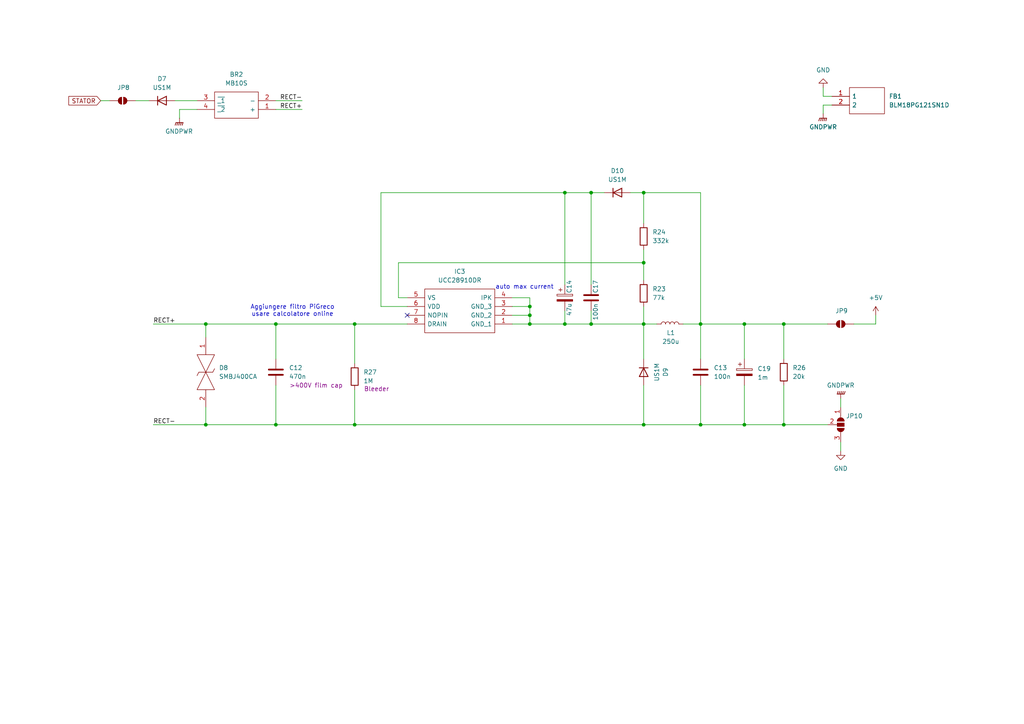
<source format=kicad_sch>
(kicad_sch (version 20250114) (generator "eeschema") (generator_version "9.0")
  (paper "A4")
  (lib_symbols
    (symbol "Device:C" (pin_numbers (hide yes)) (pin_names (offset 0.254))
      (property "Reference" "C" (at 0.635 2.54 0))
      (property "Value" "C" (at 0.635 -2.54 0))
      (symbol "C_0_1"
        (polyline (pts (xy -2.032 0.762) (xy 2.032 0.762)) (stroke (width 0.508)))
        (polyline (pts (xy -2.032 -0.762) (xy 2.032 -0.762)) (stroke (width 0.508)))
      )
      (symbol "C_1_1"
        (pin passive line (at 0 3.81 270) (length 2.794) (name "~") (number "1"))
        (pin passive line (at 0 -3.81 90) (length 2.794) (name "~") (number "2"))
      )
    )
    (symbol "Device:C_Polarized" (pin_numbers (hide yes)) (pin_names (offset 0.254))
      (property "Reference" "C" (at 0.635 2.54 0))
      (property "Value" "C_Polarized" (at 0.635 -2.54 0))
      (symbol "C_Polarized_0_1"
        (rectangle (start -2.286 0.508) (end 2.286 1.016))
        (polyline (pts (xy -1.778 2.286) (xy -0.762 2.286)))
        (polyline (pts (xy -1.27 2.794) (xy -1.27 1.778)))
        (rectangle (start 2.286 -0.508) (end -2.286 -1.016) (fill (type outline)))
      )
      (symbol "C_Polarized_1_1"
        (pin passive line (at 0 3.81 270) (length 2.794) (name "~") (number "1"))
        (pin passive line (at 0 -3.81 90) (length 2.794) (name "~") (number "2"))
      )
    )
    (symbol "Device:L" (pin_numbers (hide yes)) (pin_names (offset 1.016) (hide yes))
      (property "Reference" "L" (at -1.27 0 90))
      (property "Value" "L" (at 1.905 0 90))
      (symbol "L_0_1"
        (arc (start 0 2.54) (mid 0.6323 1.905) (end 0 1.27))
        (arc (start 0 1.27) (mid 0.6323 0.635) (end 0 0))
        (arc (start 0 0) (mid 0.6323 -0.635) (end 0 -1.27))
        (arc (start 0 -1.27) (mid 0.6323 -1.905) (end 0 -2.54))
      )
      (symbol "L_1_1"
        (pin passive line (at 0 3.81 270) (length 1.27) (name "1") (number "1"))
        (pin passive line (at 0 -3.81 90) (length 1.27) (name "2") (number "2"))
      )
    )
    (symbol "Device:R" (pin_numbers (hide yes)) (pin_names (offset 0))
      (property "Reference" "R" (at 2.032 0 90))
      (property "Value" "R" (at 0 0 90))
      (symbol "R_0_1"
        (rectangle (start -1.016 -2.54) (end 1.016 2.54) (stroke (width 0.254)))
      )
      (symbol "R_1_1"
        (pin passive line (at 0 3.81 270) (length 1.27) (name "~") (number "1"))
        (pin passive line (at 0 -3.81 90) (length 1.27) (name "~") (number "2"))
      )
    )
    (symbol "Diode:US1M" (pin_numbers (hide yes)) (pin_names (hide yes))
      (property "Reference" "D" (at 0 2.54 0))
      (property "Value" "US1M" (at 0 -2.54 0))
      (symbol "US1M_0_1"
        (polyline (pts (xy -1.27 1.27) (xy -1.27 -1.27)) (stroke (width 0.254)))
        (polyline (pts (xy 1.27 1.27) (xy 1.27 -1.27) (xy -1.27 0) (xy 1.27 1.27)) (stroke (width 0.254)))
        (polyline (pts (xy 1.27 0) (xy -1.27 0)))
      )
      (symbol "US1M_1_1"
        (pin passive line (at -3.81 0 0) (length 2.54) (name "K") (number "1"))
        (pin passive line (at 3.81 0 180) (length 2.54) (name "A") (number "2"))
      )
    )
    (symbol "Jumper:SolderJumper_2_Open" (pin_numbers (hide yes)) (pin_names (offset 0) (hide yes)) (in_bom no)
      (property "Reference" "JP" (at 0 2.032 0))
      (property "Value" "SolderJumper_2_Open" (at 0 -2.54 0))
      (symbol "SolderJumper_2_Open_0_1"
        (polyline (pts (xy -0.254 1.016) (xy -0.254 -1.016)))
        (arc (start -0.254 -1.016) (mid -1.2656 0) (end -0.254 1.016))
        (arc (start -0.254 -1.016) (mid -1.2656 0) (end -0.254 1.016) (fill (type outline)))
        (arc (start 0.254 1.016) (mid 1.2656 0) (end 0.254 -1.016))
        (arc (start 0.254 1.016) (mid 1.2656 0) (end 0.254 -1.016) (fill (type outline)))
        (polyline (pts (xy 0.254 1.016) (xy 0.254 -1.016)))
      )
      (symbol "SolderJumper_2_Open_1_1"
        (pin passive line (at -3.81 0 0) (length 2.54) (name "A") (number "1"))
        (pin passive line (at 3.81 0 180) (length 2.54) (name "B") (number "2"))
      )
    )
    (symbol "Jumper:SolderJumper_3_Open" (pin_names (offset 0) (hide yes)) (in_bom no)
      (property "Reference" "JP" (at -2.54 -2.54 0))
      (property "Value" "SolderJumper_3_Open" (at 0 2.794 0))
      (symbol "SolderJumper_3_Open_0_1"
        (polyline (pts (xy -2.54 0) (xy -2.032 0)))
        (polyline (pts (xy -1.016 1.016) (xy -1.016 -1.016)))
        (arc (start -1.016 -1.016) (mid -2.0276 0) (end -1.016 1.016))
        (arc (start -1.016 -1.016) (mid -2.0276 0) (end -1.016 1.016) (fill (type outline)))
        (rectangle (start -0.508 1.016) (end 0.508 -1.016) (fill (type outline)))
        (polyline (pts (xy 0 -1.27) (xy 0 -1.016)))
        (arc (start 1.016 1.016) (mid 2.0276 0) (end 1.016 -1.016))
        (arc (start 1.016 1.016) (mid 2.0276 0) (end 1.016 -1.016) (fill (type outline)))
        (polyline (pts (xy 1.016 1.016) (xy 1.016 -1.016)))
        (polyline (pts (xy 2.54 0) (xy 2.032 0)))
      )
      (symbol "SolderJumper_3_Open_1_1"
        (pin passive line (at -5.08 0 0) (length 2.54) (name "A") (number "1"))
        (pin passive line (at 0 -3.81 90) (length 2.54) (name "C") (number "2"))
        (pin passive line (at 5.08 0 180) (length 2.54) (name "B") (number "3"))
      )
    )
    (symbol "SamacSys_Parts:BLM18PG121SN1D" (pin_names (offset 0.762))
      (property "Reference" "FB" (at 16.51 7.62 0))
      (property "Value" "BLM18PG121SN1D" (at 16.51 5.08 0))
      (symbol "BLM18PG121SN1D_0_0"
        (pin passive line (at 0 0 0) (length 5.08) (name "1") (number "1"))
        (pin passive line (at 0 -2.54 0) (length 5.08) (name "2") (number "2"))
      )
      (symbol "BLM18PG121SN1D_0_1"
        (polyline (pts (xy 5.08 2.54) (xy 15.24 2.54) (xy 15.24 -5.08) (xy 5.08 -5.08) (xy 5.08 2.54)) (stroke (width 0.1524)))
      )
    )
    (symbol "SamacSys_Parts:MB10S" (pin_names (offset 0.762))
      (property "Reference" "BR" (at 19.05 7.62 0))
      (property "Value" "MB10S" (at 19.05 5.08 0))
      (symbol "MB10S_0_0"
        (pin passive line (at 0 0 0) (length 5.08) (name "+") (number "1"))
        (pin passive line (at 0 -2.54 0) (length 5.08) (name "-") (number "2"))
        (pin passive line (at 22.86 0 180) (length 5.08) (name "~{_2}") (number "4"))
        (pin passive line (at 22.86 -2.54 180) (length 5.08) (name "~{_1}") (number "3"))
      )
      (symbol "MB10S_0_1"
        (polyline (pts (xy 5.08 2.54) (xy 17.78 2.54) (xy 17.78 -5.08) (xy 5.08 -5.08) (xy 5.08 2.54)) (stroke (width 0.1524)))
      )
    )
    (symbol "SamacSys_Parts:SMBJ400CA" (pin_names (offset 0.762))
      (property "Reference" "D" (at 12.7 8.89 0))
      (property "Value" "SMBJ400CA" (at 12.7 6.35 0))
      (symbol "SMBJ400CA_0_0"
        (pin passive line (at 0 0 0) (length 5.08) (name "~") (number "1"))
        (pin passive line (at 20.32 0 180) (length 5.08) (name "~") (number "2"))
      )
      (symbol "SMBJ400CA_0_1"
        (polyline (pts (xy 9.144 2.54) (xy 10.16 2.032)) (stroke (width 0.1524)))
        (polyline (pts (xy 10.16 0) (xy 5.08 -2.54) (xy 5.08 2.54) (xy 10.16 0)) (stroke (width 0.1524)))
        (polyline (pts (xy 10.16 0) (xy 15.24 -2.54) (xy 15.24 2.54) (xy 10.16 0)) (stroke (width 0.1524)))
        (polyline (pts (xy 10.16 -2.032) (xy 10.16 2.032)) (stroke (width 0.1524)))
        (polyline (pts (xy 10.16 -2.032) (xy 11.176 -2.54)) (stroke (width 0.1524)))
      )
    )
    (symbol "SamacSys_Parts:UCC28910DR" (pin_names (offset 0.762))
      (property "Reference" "IC" (at 26.67 7.62 0))
      (property "Value" "UCC28910DR" (at 26.67 5.08 0))
      (symbol "UCC28910DR_0_0"
        (pin passive line (at 0 0 0) (length 5.08) (name "GND_1") (number "1"))
        (pin passive line (at 0 -2.54 0) (length 5.08) (name "GND_2") (number "2"))
        (pin passive line (at 0 -5.08 0) (length 5.08) (name "GND_3") (number "3"))
        (pin passive line (at 0 -7.62 0) (length 5.08) (name "IPK") (number "4"))
        (pin passive line (at 30.48 0 180) (length 5.08) (name "DRAIN") (number "8"))
        (pin passive line (at 30.48 -2.54 180) (length 5.08) (name "NOPIN") (number "7"))
        (pin passive line (at 30.48 -5.08 180) (length 5.08) (name "VDD") (number "6"))
        (pin passive line (at 30.48 -7.62 180) (length 5.08) (name "VS") (number "5"))
      )
      (symbol "UCC28910DR_0_1"
        (polyline (pts (xy 5.08 2.54) (xy 25.4 2.54) (xy 25.4 -10.16) (xy 5.08 -10.16) (xy 5.08 2.54)) (stroke (width 0.1524)))
      )
    )
    (symbol "power:+5V" (power) (pin_numbers (hide yes)) (pin_names (offset 0) (hide yes))
      (property "Value" "+5V" (at 0 3.556 0))
      (symbol "+5V_0_1"
        (polyline (pts (xy -0.762 1.27) (xy 0 2.54)))
        (polyline (pts (xy 0 2.54) (xy 0.762 1.27)))
        (polyline (pts (xy 0 0) (xy 0 2.54)))
      )
      (symbol "+5V_1_1"
        (pin power_in line (at 0 0 90) (length 0) (name "~") (number "1"))
      )
    )
    (symbol "power:GND" (power) (pin_numbers (hide yes)) (pin_names (offset 0) (hide yes))
      (property "Value" "GND" (at 0 -3.81 0))
      (symbol "GND_0_1"
        (polyline (pts (xy 0 0) (xy 0 -1.27) (xy 1.27 -1.27) (xy 0 -2.54) (xy -1.27 -1.27) (xy 0 -1.27)))
      )
      (symbol "GND_1_1"
        (pin power_in line (at 0 0 270) (length 0) (name "~") (number "1"))
      )
    )
    (symbol "power:GNDPWR" (power) (pin_numbers (hide yes)) (pin_names (offset 0) (hide yes))
      (property "Value" "GNDPWR" (at 0 -3.302 0))
      (symbol "GNDPWR_0_1"
        (polyline (pts (xy -1.016 -1.27) (xy -1.27 -2.032) (xy -1.27 -2.032)) (stroke (width 0.2032)))
        (polyline (pts (xy -0.508 -1.27) (xy -0.762 -2.032) (xy -0.762 -2.032)) (stroke (width 0.2032)))
        (polyline (pts (xy 0 -1.27) (xy 0 0)))
        (polyline (pts (xy 0 -1.27) (xy -0.254 -2.032) (xy -0.254 -2.032)) (stroke (width 0.2032)))
        (polyline (pts (xy 0.508 -1.27) (xy 0.254 -2.032) (xy 0.254 -2.032)) (stroke (width 0.2032)))
        (polyline (pts (xy 1.016 -1.27) (xy -1.016 -1.27) (xy -1.016 -1.27)) (stroke (width 0.2032)))
        (polyline (pts (xy 1.016 -1.27) (xy 0.762 -2.032) (xy 0.762 -2.032) (xy 0.762 -2.032)) (stroke (width 0.2032)))
      )
      (symbol "GNDPWR_1_1"
        (pin power_in line (at 0 0 270) (length 0) (name "~") (number "1"))
      )
    )
  )
  (text "auto max current" (at 152.146 83.312 0) (effects (font (size 1.27 1.27))))
  (text "Aggiungere filtro PiGreco\nusare calcolatore online\n" (at 84.836 90.17 0) (effects (font (size 1.27 1.27))))
  (junction (at 186.69 55.88))
  (junction (at 102.87 93.98))
  (junction (at 153.67 88.9))
  (junction (at 59.69 123.19))
  (junction (at 163.83 93.98))
  (junction (at 227.33 123.19))
  (junction (at 227.33 93.98))
  (junction (at 59.69 93.98))
  (junction (at 80.01 123.19))
  (junction (at 186.69 76.2))
  (junction (at 215.9 93.98))
  (junction (at 153.67 91.44))
  (junction (at 153.67 93.98))
  (junction (at 171.45 55.88))
  (junction (at 186.69 123.19))
  (junction (at 171.45 93.98))
  (junction (at 102.87 123.19))
  (junction (at 215.9 123.19))
  (junction (at 80.01 93.98))
  (junction (at 203.2 93.98))
  (junction (at 186.69 93.98))
  (junction (at 163.83 55.88))
  (junction (at 203.2 123.19))
  (no_connect (at 118.11 91.44))
  (wire (pts (xy 118.11 86.36) (xy 115.57 86.36)))
  (wire (pts (xy 80.01 93.98) (xy 102.87 93.98)))
  (wire (pts (xy 186.69 93.98) (xy 186.69 88.9)))
  (wire (pts (xy 203.2 123.19) (xy 215.9 123.19)))
  (wire (pts (xy 238.76 27.94) (xy 241.3 27.94)))
  (wire (pts (xy 59.69 93.98) (xy 59.69 97.79)))
  (wire (pts (xy 238.76 25.4) (xy 238.76 27.94)))
  (wire (pts (xy 153.67 91.44) (xy 153.67 93.98)))
  (wire (pts (xy 50.8 29.21) (xy 57.15 29.21)))
  (wire (pts (xy 153.67 86.36) (xy 153.67 88.9)))
  (wire (pts (xy 186.69 123.19) (xy 203.2 123.19)))
  (wire (pts (xy 203.2 104.14) (xy 203.2 93.98)))
  (wire (pts (xy 171.45 90.17) (xy 171.45 93.98)))
  (wire (pts (xy 110.49 55.88) (xy 163.83 55.88)))
  (wire (pts (xy 80.01 111.76) (xy 80.01 123.19)))
  (wire (pts (xy 163.83 55.88) (xy 163.83 82.55)))
  (wire (pts (xy 80.01 123.19) (xy 102.87 123.19)))
  (wire (pts (xy 102.87 93.98) (xy 102.87 105.41)))
  (wire (pts (xy 203.2 55.88) (xy 186.69 55.88)))
  (wire (pts (xy 186.69 93.98) (xy 186.69 104.14)))
  (wire (pts (xy 203.2 93.98) (xy 215.9 93.98)))
  (wire (pts (xy 186.69 72.39) (xy 186.69 76.2)))
  (wire (pts (xy 115.57 86.36) (xy 115.57 76.2)))
  (wire (pts (xy 171.45 93.98) (xy 186.69 93.98)))
  (wire (pts (xy 215.9 93.98) (xy 215.9 104.14)))
  (wire (pts (xy 148.59 88.9) (xy 153.67 88.9)))
  (wire (pts (xy 148.59 93.98) (xy 153.67 93.98)))
  (wire (pts (xy 59.69 123.19) (xy 59.69 118.11)))
  (wire (pts (xy 215.9 123.19) (xy 227.33 123.19)))
  (wire (pts (xy 44.45 123.19) (xy 59.69 123.19)))
  (wire (pts (xy 115.57 76.2) (xy 186.69 76.2)))
  (wire (pts (xy 227.33 111.76) (xy 227.33 123.19)))
  (wire (pts (xy 240.03 123.19) (xy 227.33 123.19)))
  (wire (pts (xy 240.03 93.98) (xy 227.33 93.98)))
  (wire (pts (xy 190.5 93.98) (xy 186.69 93.98)))
  (wire (pts (xy 238.76 33.02) (xy 238.76 30.48)))
  (wire (pts (xy 243.84 115.57) (xy 243.84 118.11)))
  (wire (pts (xy 110.49 55.88) (xy 110.49 88.9)))
  (wire (pts (xy 171.45 55.88) (xy 171.45 82.55)))
  (wire (pts (xy 254 93.98) (xy 254 91.44)))
  (wire (pts (xy 227.33 104.14) (xy 227.33 93.98)))
  (wire (pts (xy 102.87 93.98) (xy 118.11 93.98)))
  (wire (pts (xy 110.49 88.9) (xy 118.11 88.9)))
  (wire (pts (xy 186.69 111.76) (xy 186.69 123.19)))
  (wire (pts (xy 163.83 90.17) (xy 163.83 93.98)))
  (wire (pts (xy 80.01 93.98) (xy 59.69 93.98)))
  (wire (pts (xy 186.69 55.88) (xy 186.69 64.77)))
  (wire (pts (xy 59.69 123.19) (xy 80.01 123.19)))
  (wire (pts (xy 238.76 30.48) (xy 241.3 30.48)))
  (wire (pts (xy 44.45 93.98) (xy 59.69 93.98)))
  (wire (pts (xy 247.65 93.98) (xy 254 93.98)))
  (wire (pts (xy 243.84 128.27) (xy 243.84 130.81)))
  (wire (pts (xy 148.59 86.36) (xy 153.67 86.36)))
  (wire (pts (xy 39.37 29.21) (xy 43.18 29.21)))
  (wire (pts (xy 153.67 93.98) (xy 163.83 93.98)))
  (wire (pts (xy 203.2 93.98) (xy 198.12 93.98)))
  (wire (pts (xy 102.87 113.03) (xy 102.87 123.19)))
  (wire (pts (xy 203.2 93.98) (xy 203.2 55.88)))
  (wire (pts (xy 182.88 55.88) (xy 186.69 55.88)))
  (wire (pts (xy 171.45 55.88) (xy 175.26 55.88)))
  (wire (pts (xy 80.01 104.14) (xy 80.01 93.98)))
  (wire (pts (xy 31.75 29.21) (xy 29.21 29.21)))
  (wire (pts (xy 52.07 34.29) (xy 52.07 31.75)))
  (wire (pts (xy 87.63 29.21) (xy 80.01 29.21)))
  (wire (pts (xy 102.87 123.19) (xy 186.69 123.19)))
  (wire (pts (xy 153.67 88.9) (xy 153.67 91.44)))
  (wire (pts (xy 215.9 93.98) (xy 227.33 93.98)))
  (wire (pts (xy 148.59 91.44) (xy 153.67 91.44)))
  (wire (pts (xy 52.07 31.75) (xy 57.15 31.75)))
  (wire (pts (xy 215.9 111.76) (xy 215.9 123.19)))
  (wire (pts (xy 163.83 55.88) (xy 171.45 55.88)))
  (wire (pts (xy 163.83 93.98) (xy 171.45 93.98)))
  (wire (pts (xy 87.63 31.75) (xy 80.01 31.75)))
  (wire (pts (xy 203.2 111.76) (xy 203.2 123.19)))
  (wire (pts (xy 186.69 76.2) (xy 186.69 81.28)))
  (label "RECT+" (at 44.45 93.98 0))
  (label "RECT-" (at 87.63 29.21 180))
  (label "RECT-" (at 44.45 123.19 0))
  (label "RECT+" (at 87.63 31.75 180))
  (global_label "STATOR" (shape input) (at 29.21 29.21 180) (property "Intersheetrefs" "${INTERSHEET_REFS}" (effects (hide yes))))
  (symbol (lib_id "power:GNDPWR") (at 52.07 34.29 0) (unit 1)
    (property "Reference" "#PWR020" (effects (hide yes)))
    (property "Value" "GNDPWR" (at 51.943 38.1 0))
    (property "Description" "Power symbol creates a global label with name \"GNDPWR\" , global ground" (effects (hide yes)))
  )
  (symbol (lib_id "Jumper:SolderJumper_2_Open") (at 243.84 93.98 0) (unit 1) (in_bom no)
    (property "Reference" "JP9" (at 244.094 90.17 0))
    (property "Value" "SolderJumper_2_Open" (effects (hide yes)))
    (property "Footprint" "Jumper:SolderJumper-2_P1.3mm_Open_RoundedPad1.0x1.5mm" (effects (hide yes)))
    (property "Description" "Solder Jumper, 2-pole, open" (effects (hide yes)))
  )
  (symbol (lib_id "Diode:US1M") (at 179.07 55.88 0) (unit 1)
    (property "Reference" "D10" (at 179.07 49.53 0))
    (property "Value" "US1M" (at 179.07 52.07 0))
    (property "Footprint" "Diode_SMD:D_SMA" (effects (hide yes)))
    (property "Datasheet" "https://www.diodes.com/assets/Datasheets/ds16008.pdf" (effects (hide yes)))
    (property "Description" "1000V, 1A, General Purpose Rectifier Diode, SMA(DO-214AC)" (effects (hide yes)))
    (property "Sim.Device" "D" (effects (hide yes)))
    (property "Sim.Pins" "1=K 2=A" (effects (hide yes)))
  )
  (symbol (lib_id "power:GND") (at 238.76 25.4 180) (unit 1)
    (property "Reference" "#PWR024" (effects (hide yes)))
    (property "Value" "GND" (at 238.76 20.32 0))
    (property "Description" "Power symbol creates a global label with name \"GND\" , ground" (effects (hide yes)))
  )
  (symbol (lib_id "Jumper:SolderJumper_3_Open") (at 243.84 123.19 270) (unit 1) (in_bom no)
    (property "Reference" "JP10" (at 245.364 120.65 90) (effects (justify left)))
    (property "Value" "SolderJumper_3_Open" (effects (hide yes)))
    (property "Footprint" "Jumper:SolderJumper-3_P1.3mm_Open_RoundedPad1.0x1.5mm" (effects (hide yes)))
    (property "Description" "Solder Jumper, 3-pole, open" (effects (hide yes)))
  )
  (symbol (lib_id "Device:R") (at 102.87 109.22 0) (unit 1)
    (property "Reference" "R27" (at 105.41 107.9499 0) (effects (justify left)))
    (property "Value" "1M" (at 105.41 110.4899 0) (effects (justify left)))
    (property "Footprint" "Resistor_SMD:R_0201_0603Metric" (effects (hide yes)))
    (property "Description" "Bleeder" (at 109.22 112.776 0))
  )
  (symbol (lib_id "Device:L") (at 194.31 93.98 90) (unit 1)
    (property "Reference" "L1" (at 194.564 96.52 90))
    (property "Value" "250u" (at 194.564 99.06 90))
    (property "Footprint" "Inductor_SMD:L_6.3x6.3_H3" (effects (hide yes)))
    (property "Description" "Inductor" (effects (hide yes)))
  )
  (symbol (lib_id "SamacSys_Parts:UCC28910DR") (at 148.59 93.98 180) (unit 1)
    (property "Reference" "IC3" (at 133.35 78.74 0))
    (property "Value" "UCC28910DR" (at 133.35 81.28 0))
    (property "Footprint" "SOIC127P600X175-8N" (effects (hide yes)))
    (property "Datasheet" "http://www.ti.com/lit/gpn/ucc28910" (effects (hide yes)))
    (property "Description" "700V Flyback Switcher with Constant-Voltage Constant-Current and Primary-side Control" (effects (hide yes)))
    (property "Description_1" "700V Flyback Switcher with Constant-Voltage Constant-Current and Primary-side Control" (effects (hide yes)))
    (property "Height" "1.75" (effects (hide yes)))
    (property "Manufacturer_Name" "Texas Instruments" (effects (hide yes)))
    (property "Manufacturer_Part_Number" "UCC28910DR" (effects (hide yes)))
    (property "Mouser Part Number" "595-UCC28910DR" (effects (hide yes)))
    (property "Mouser Price/Stock" "https://www.mouser.co.uk/ProductDetail/Texas-Instruments/UCC28910DR?qs=e1ok2LiJcmaX6Od4OXfCrw%3D%3D" (effects (hide yes)))
    (property "Arrow Part Number" "UCC28910DR" (effects (hide yes)))
    (property "Arrow Price/Stock" "https://www.arrow.com/en/products/ucc28910dr/texas-instruments?utm_currency=USD&region=nac" (effects (hide yes)))
  )
  (symbol (lib_id "Diode:US1M") (at 186.69 107.95 270) (unit 1)
    (property "Reference" "D9" (at 193.04 107.95 0))
    (property "Value" "US1M" (at 190.5 107.95 0))
    (property "Footprint" "Diode_SMD:D_SMA" (effects (hide yes)))
    (property "Datasheet" "https://www.diodes.com/assets/Datasheets/ds16008.pdf" (effects (hide yes)))
    (property "Description" "1000V, 1A, General Purpose Rectifier Diode, SMA(DO-214AC)" (effects (hide yes)))
    (property "Sim.Device" "D" (effects (hide yes)))
    (property "Sim.Pins" "1=K 2=A" (effects (hide yes)))
  )
  (symbol (lib_id "SamacSys_Parts:SMBJ400CA") (at 59.69 97.79 270) (unit 1)
    (property "Reference" "D8" (at 63.5 106.6799 90) (effects (justify left)))
    (property "Value" "SMBJ400CA" (at 63.5 109.2199 90) (effects (justify left)))
    (property "Footprint" "DIONM5436X261N" (effects (hide yes)))
    (property "Datasheet" "https://m.littelfuse.com/~/media/electronics/datasheets/tvs_diodes/littelfuse_tvs_diode_smbj_datasheet.pdf.pdf" (effects (hide yes)))
    (property "Description" "Littelfuse SMBJ400CA, Bi-Directional TVS Diode, 600W, 2-Pin DO-214AA" (effects (hide yes)))
    (property "Description_1" "Littelfuse SMBJ400CA, Bi-Directional TVS Diode, 600W, 2-Pin DO-214AA" (effects (hide yes)))
    (property "Height" "2.61" (effects (hide yes)))
    (property "Manufacturer_Name" "LITTELFUSE" (effects (hide yes)))
    (property "Manufacturer_Part_Number" "SMBJ400CA" (effects (hide yes)))
    (property "Mouser Part Number" "576-SMBJ400CA" (effects (hide yes)))
    (property "Mouser Price/Stock" "https://www.mouser.co.uk/ProductDetail/Littelfuse/SMBJ400CA?qs=2VFNtWizgidiAjGKsB0KOw%3D%3D" (effects (hide yes)))
    (property "Arrow Part Number" "SMBJ400CA" (effects (hide yes)))
    (property "Arrow Price/Stock" "https://www.arrow.com/en/products/smbj400ca/littelfuse?utm_currency=USD&region=nac" (effects (hide yes)))
  )
  (symbol (lib_id "SamacSys_Parts:BLM18PG121SN1D") (at 241.3 27.94 0) (unit 1)
    (property "Reference" "FB1" (at 257.81 27.9399 0) (effects (justify left)))
    (property "Value" "BLM18PG121SN1D" (at 257.81 30.4799 0) (effects (justify left)))
    (property "Footprint" "BLM18SP221SN1B" (effects (hide yes)))
    (property "Datasheet" "http://www.murata.com/~/media/webrenewal/support/library/catalog/products/emc/emifil/c31e.ashx?la=en-gb" (effects (hide yes)))
    (property "Description" "Ferrite bead SMD 0603 120R 2A Murata Ferrite Bead (Chip Ferrite Bead), 1.6 x 0.8 x 0.8mm (0603), 120 impedance at 100 MHz" (effects (hide yes)))
    (property "Description_1" "Ferrite bead SMD 0603 120R 2A Murata Ferrite Bead (Chip Ferrite Bead), 1.6 x 0.8 x 0.8mm (0603), 120 impedance at 100 MHz" (effects (hide yes)))
    (property "Height" "0.95" (effects (hide yes)))
    (property "Manufacturer_Name" "Murata Electronics" (effects (hide yes)))
    (property "Manufacturer_Part_Number" "BLM18PG121SN1D" (effects (hide yes)))
    (property "Mouser Part Number" "81-BLM18PG121SN1D" (effects (hide yes)))
    (property "Mouser Price/Stock" "https://www.mouser.co.uk/ProductDetail/Murata-Electronics/BLM18PG121SN1D?qs=tY8e8KZalarVxhnmnUYZ1A%3D%3D" (effects (hide yes)))
    (property "Arrow Part Number" "BLM18PG121SN1D" (effects (hide yes)))
    (property "Arrow Price/Stock" "https://www.arrow.com/en/products/blm18pg121sn1d/murata-manufacturing?utm_currency=USD&region=nac" (effects (hide yes)))
  )
  (symbol (lib_id "Jumper:SolderJumper_2_Open") (at 35.56 29.21 0) (unit 1) (in_bom no)
    (property "Reference" "JP8" (at 35.814 25.4 0))
    (property "Value" "SolderJumper_2_Open" (effects (hide yes)))
    (property "Footprint" "Jumper:SolderJumper-2_P1.3mm_Open_RoundedPad1.0x1.5mm" (effects (hide yes)))
    (property "Description" "Solder Jumper, 2-pole, open" (effects (hide yes)))
  )
  (symbol (lib_id "Device:C_Polarized") (at 163.83 86.36 0) (unit 1)
    (property "Reference" "C14" (at 165.1 85.09 90) (effects (justify left)))
    (property "Value" "47u" (at 165.1 91.694 90) (effects (justify left)))
    (property "Description" "Polarized capacitor" (effects (hide yes)))
  )
  (symbol (lib_id "power:GNDPWR") (at 238.76 33.02 0) (unit 1)
    (property "Reference" "#PWR023" (effects (hide yes)))
    (property "Value" "GNDPWR" (at 238.76 36.83 0))
    (property "Description" "Power symbol creates a global label with name \"GNDPWR\" , global ground" (effects (hide yes)))
  )
  (symbol (lib_id "power:GNDPWR") (at 243.84 115.57 180) (unit 1)
    (property "Reference" "#PWR025" (effects (hide yes)))
    (property "Value" "GNDPWR" (at 243.84 111.76 0))
    (property "Description" "Power symbol creates a global label with name \"GNDPWR\" , global ground" (effects (hide yes)))
  )
  (symbol (lib_id "power:+5V") (at 254 91.44 0) (unit 1)
    (property "Reference" "#PWR022" (effects (hide yes)))
    (property "Value" "+5V" (at 254 86.36 0))
    (property "Description" "Power symbol creates a global label with name \"+5V\"" (effects (hide yes)))
  )
  (symbol (lib_id "Device:R") (at 186.69 85.09 0) (unit 1)
    (property "Reference" "R23" (at 189.23 83.8199 0) (effects (justify left)))
    (property "Value" "77k" (at 189.23 86.3599 0) (effects (justify left)))
    (property "Footprint" "Resistor_SMD:R_0201_0603Metric" (effects (hide yes)))
    (property "Description" "Resistor" (effects (hide yes)))
  )
  (symbol (lib_id "Device:R") (at 227.33 107.95 0) (unit 1)
    (property "Reference" "R26" (at 229.87 106.6799 0) (effects (justify left)))
    (property "Value" "20k" (at 229.87 109.2199 0) (effects (justify left)))
    (property "Footprint" "Resistor_SMD:R_0201_0603Metric" (effects (hide yes)))
    (property "Description" "Resistor" (effects (hide yes)))
  )
  (symbol (lib_id "Device:C") (at 203.2 107.95 0) (unit 1)
    (property "Reference" "C13" (at 207.01 106.6799 0) (effects (justify left)))
    (property "Value" "100n" (at 207.01 109.2199 0) (effects (justify left)))
    (property "Footprint" "Capacitor_SMD:C_0201_0603Metric" (effects (hide yes)))
    (property "Description" "Unpolarized capacitor" (effects (hide yes)))
  )
  (symbol (lib_id "Device:C_Polarized") (at 215.9 107.95 0) (unit 1)
    (property "Reference" "C19" (at 219.71 106.934 0) (effects (justify left)))
    (property "Value" "1m" (at 219.71 109.474 0) (effects (justify left)))
    (property "Footprint" "Capacitor_SMD:CP_Elec_3x5.4" (effects (hide yes)))
    (property "Description" "Polarized capacitor" (effects (hide yes)))
  )
  (symbol (lib_id "Device:R") (at 186.69 68.58 0) (unit 1)
    (property "Reference" "R24" (at 189.23 67.3099 0) (effects (justify left)))
    (property "Value" "332k" (at 189.23 69.8499 0) (effects (justify left)))
    (property "Footprint" "Resistor_SMD:R_0201_0603Metric" (effects (hide yes)))
    (property "Description" "Resistor" (effects (hide yes)))
  )
  (symbol (lib_id "SamacSys_Parts:MB10S") (at 80.01 31.75 180) (unit 1)
    (property "Reference" "BR2" (at 68.58 21.59 0))
    (property "Value" "MB10S" (at 68.58 24.13 0))
    (property "Footprint" "SOP245P670X290-4N" (effects (hide yes)))
    (property "Datasheet" "https://www.onsemi.com/pub/Collateral/MB10S-D.PDF" (effects (hide yes)))
    (property "Description" "Ideal for Printed Circuit Board; UL Certified: UL #E258596; Surge Overload Rating: 35 A Peak; Low-Leakage" (effects (hide yes)))
    (property "Description_1" "Ideal for Printed Circuit Board; UL Certified: UL #E258596; Surge Overload Rating: 35 A Peak; Low-Leakage" (effects (hide yes)))
    (property "Height" "2.9" (effects (hide yes)))
    (property "Manufacturer_Name" "onsemi" (effects (hide yes)))
    (property "Manufacturer_Part_Number" "MB10S" (effects (hide yes)))
    (property "Mouser Part Number" "512-MB10S" (effects (hide yes)))
    (property "Mouser Price/Stock" "https://www.mouser.co.uk/ProductDetail/onsemi-Fairchild/MB10S?qs=FHGIxCZCr7o%252BnYB0V%2FNH8A%3D%3D" (effects (hide yes)))
    (property "Arrow Part Number" "MB10S" (effects (hide yes)))
    (property "Arrow Price/Stock" "https://www.arrow.com/en/products/mb10s/on-semiconductor?utm_currency=USD&region=nac" (effects (hide yes)))
  )
  (symbol (lib_id "Diode:US1M") (at 46.99 29.21 0) (unit 1)
    (property "Reference" "D7" (at 46.99 22.86 0))
    (property "Value" "US1M" (at 46.99 25.4 0))
    (property "Footprint" "Diode_SMD:D_SMA" (effects (hide yes)))
    (property "Datasheet" "https://www.diodes.com/assets/Datasheets/ds16008.pdf" (effects (hide yes)))
    (property "Description" "1000V, 1A, General Purpose Rectifier Diode, SMA(DO-214AC)" (effects (hide yes)))
    (property "Sim.Device" "D" (effects (hide yes)))
    (property "Sim.Pins" "1=K 2=A" (effects (hide yes)))
  )
  (symbol (lib_id "power:GND") (at 243.84 130.81 0) (unit 1)
    (property "Reference" "#PWR021" (effects (hide yes)))
    (property "Value" "GND" (at 243.84 135.89 0))
    (property "Description" "Power symbol creates a global label with name \"GND\" , ground" (effects (hide yes)))
  )
  (symbol (lib_id "Device:C") (at 80.01 107.95 0) (unit 1)
    (property "Reference" "C12" (at 83.82 106.6799 0) (effects (justify left)))
    (property "Value" "470n" (at 83.82 109.2199 0) (effects (justify left)))
    (property "Description" ">400V film cap" (at 91.694 111.76 0))
  )
  (symbol (lib_id "Device:C") (at 171.45 86.36 0) (unit 1)
    (property "Reference" "C17" (at 172.72 85.09 90) (effects (justify left)))
    (property "Value" "100n" (at 172.72 92.964 90) (effects (justify left)))
    (property "Footprint" "Capacitor_SMD:C_0201_0603Metric" (effects (hide yes)))
    (property "Description" "Unpolarized capacitor" (effects (hide yes)))
  )
)
</source>
